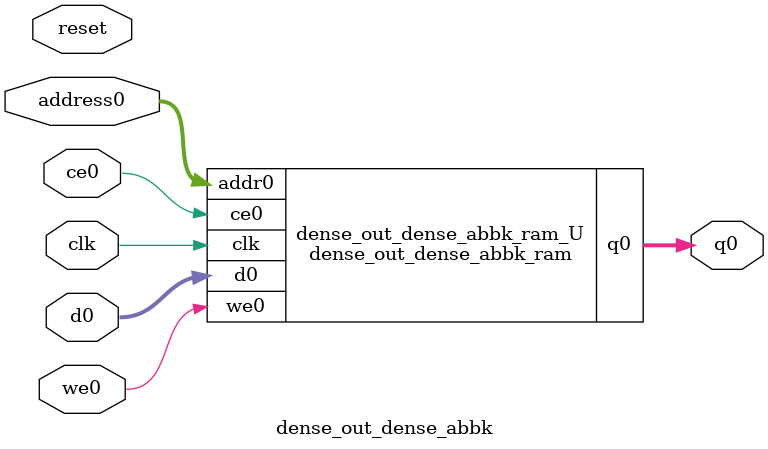
<source format=v>
`timescale 1 ns / 1 ps
module dense_out_dense_abbk_ram (addr0, ce0, d0, we0, q0,  clk);

parameter DWIDTH = 32;
parameter AWIDTH = 4;
parameter MEM_SIZE = 10;

input[AWIDTH-1:0] addr0;
input ce0;
input[DWIDTH-1:0] d0;
input we0;
output reg[DWIDTH-1:0] q0;
input clk;

(* ram_style = "distributed" *)reg [DWIDTH-1:0] ram[0:MEM_SIZE-1];




always @(posedge clk)  
begin 
    if (ce0) 
    begin
        if (we0) 
        begin 
            ram[addr0] <= d0; 
        end 
        q0 <= ram[addr0];
    end
end


endmodule

`timescale 1 ns / 1 ps
module dense_out_dense_abbk(
    reset,
    clk,
    address0,
    ce0,
    we0,
    d0,
    q0);

parameter DataWidth = 32'd32;
parameter AddressRange = 32'd10;
parameter AddressWidth = 32'd4;
input reset;
input clk;
input[AddressWidth - 1:0] address0;
input ce0;
input we0;
input[DataWidth - 1:0] d0;
output[DataWidth - 1:0] q0;



dense_out_dense_abbk_ram dense_out_dense_abbk_ram_U(
    .clk( clk ),
    .addr0( address0 ),
    .ce0( ce0 ),
    .we0( we0 ),
    .d0( d0 ),
    .q0( q0 ));

endmodule


</source>
